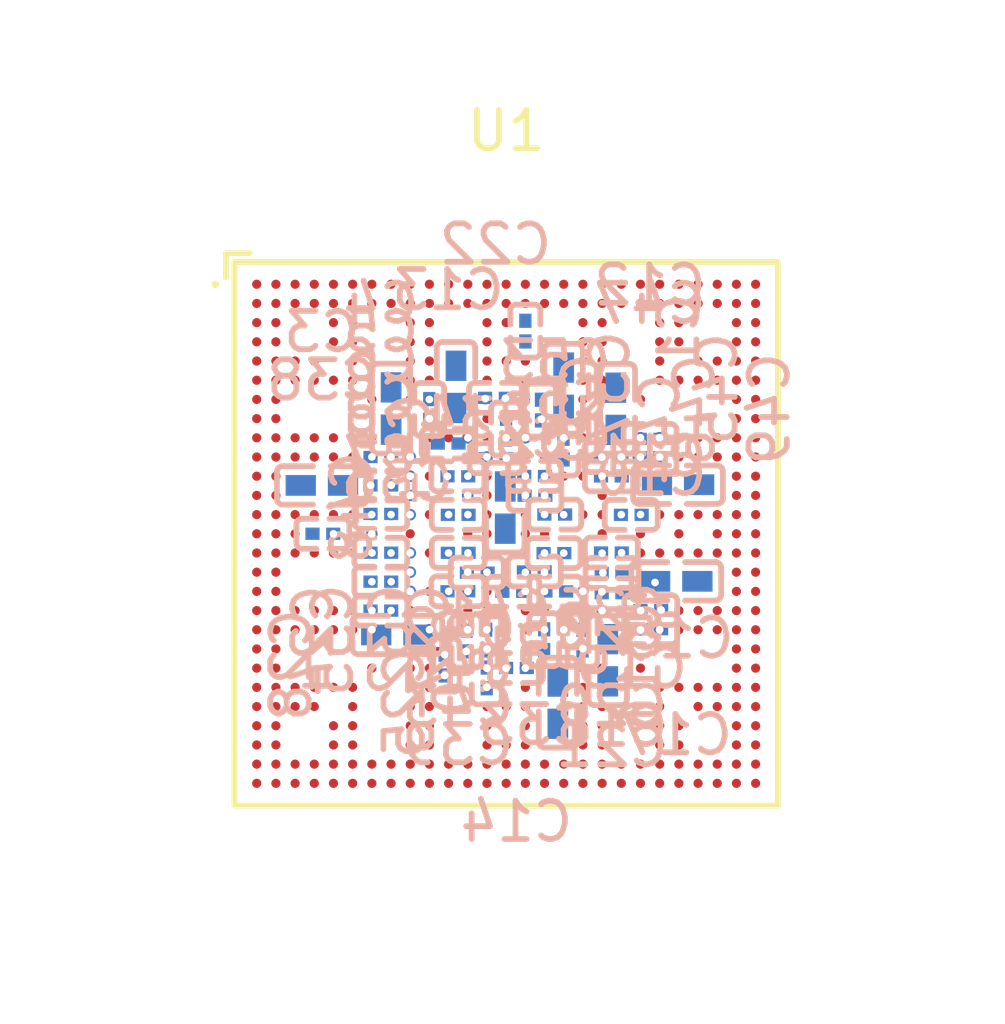
<source format=kicad_pcb>
(kicad_pcb (version 20240108) (generator "pcbnew") (generator_version "8.0")
  (layers (0 "F.Cu" signal) (31 "B.Cu" signal) (34 "B.Paste" user) (35 "F.Paste" user) (36 "B.SilkS" user "B.Silkscreen") (37 "F.SilkS" user "F.Silkscreen") (38 "B.Mask" user) (39 "F.Mask" user) (44 "Edge.Cuts" user))
  (net 0 "")
  (net 1 "dram_ac07")
  (net 2 "i2c2_sda")
  (net 3 "pcie_rxn_n")
  (net 4 "dram_dq09")
  (net 5 "uart2_rxd")
  (net 6 "dram_ac16")
  (net 7 "mipi_csi_d1_p")
  (net 8 "nand_data00")
  (net 9 "i2c4_sda")
  (net 10 "sai1_txd5")
  (net 11 "gpio1_io04")
  (net 12 "dram_ac11")
  (net 13 "dram_ac15")
  (net 14 "sai3_rxc")
  (net 15 "spdif_tx")
  (net 16 "dram_dq29")
  (net 17 "gpio1_io08")
  (net 18 "VDD_DRAM_0V9")
  (net 19 "mipi_csi_d1_n")
  (net 20 "nand_data01")
  (net 21 "sd1_data0")
  (net 22 "uart2_txd")
  (net 23 "dram_dq12")
  (net 24 "dram_ac08")
  (net 25 "pcie_pxn_p")
  (net 26 "sai1_txc")
  (net 27 "usb1_vbus")
  (net 28 "spdif_rx")
  (net 29 "enet_td0")
  (net 30 "mipi_dsi_d1_n")
  (net 31 "sai2_rxfs")
  (net 32 "sai3_txc")
  (net 33 "dram_ac28")
  (net 34 "dram_ac30")
  (net 35 "sd1_cmd")
  (net 36 "enet_td3")
  (net 37 "i2c1_sda")
  (net 38 "dram_dq15")
  (net 39 "dram_dq18")
  (net 40 "dram_ac00")
  (net 41 "sd1_data4")
  (net 42 "gpio1_io14")
  (net 43 "sai1_txd1")
  (net 44 "dram_dqs3_p")
  (net 45 "nand_ce2_b")
  (net 46 "nand_re_b")
  (net 47 "sai2_rxd0")
  (net 48 "dram_ac01")
  (net 49 "sai5_rxc")
  (net 50 "dram_dq06")
  (net 51 "dram_ac22")
  (net 52 "dram_ac38")
  (net 53 "dram_dqs2_p")
  (net 54 "nand_data03")
  (net 55 "uart3_txd")
  (net 56 "dram_ac27")
  (net 57 "dram_dq26")
  (net 58 "dram_dm3")
  (net 59 "sd1_data5")
  (net 60 "enet_rd0")
  (net 61 "sai5_rxd3")
  (net 62 "dram_dq28")
  (net 63 "ecspi1_ss0")
  (net 64 "sd2_reset_b")
  (net 65 "sai2_mclk")
  (net 66 "sd2_data3")
  (net 67 "sd2_wp")
  (net 68 "sai2_txd0")
  (net 69 "tesensor_res_ext")
  (net 70 "dram_dq27")
  (net 71 "nand_ce0_b")
  (net 72 "sd1_data3")
  (net 73 "enet_td2")
  (net 74 "enet_tx_ctl")
  (net 75 "sai1_rxc")
  (net 76 "gpio1_io12")
  (net 77 "dram_dq16")
  (net 78 "uart4_rxd")
  (net 79 "pcie_clk_n")
  (net 80 "dram_ac37")
  (net 81 "dram_dq08")
  (net 82 "dram_dq19")
  (net 83 "sai1_txd3")
  (net 84 "nand_data05")
  (net 85 "mipi_csi_clk_p")
  (net 86 "boot_mode0")
  (net 87 "dram_ac24")
  (net 88 "mipi_dsi_d3_p")
  (net 89 "sai1_txd4")
  (net 90 "sd1_data2")
  (net 91 "gpio1_io05")
  (net 92 "mipi_csi_d2_n")
  (net 93 "sai1_rxd6")
  (net 94 "dram_dq31")
  (net 95 "dram_ac31")
  (net 96 "ecspi1_mosi")
  (net 97 "sd2_cmd")
  (net 98 "dram_ac25")
  (net 99 "dram_dqs1_p")
  (net 100 "dram_ac05")
  (net 101 "dram_ac10")
  (net 102 "dram_dqs0_n")
  (net 103 "dram_ac26")
  (net 104 "pmic_on_req")
  (net 105 "mipi_dsi_d3_n")
  (net 106 "sai1_rxd3")
  (net 107 "uart1_txd")
  (net 108 "dram_ac36")
  (net 109 "usb1_dp")
  (net 110 "nc_j18")
  (net 111 "uart4_txd")
  (net 112 "gpio1_io03")
  (net 113 "sai3_rxfs")
  (net 114 "dram_dqs3_n")
  (net 115 "enet_rxc")
  (net 116 "dram_reset_n")
  (net 117 "usb2_id")
  (net 118 "dram_ac35")
  (net 119 "sai3_txfs")
  (net 120 "por_b")
  (net 121 "nand_ce1_b")
  (net 122 "sd2_data2")
  (net 123 "jtag_mod")
  (net 124 "mipi_dsi_d0_n")
  (net 125 "enet_mdc")
  (net 126 "sai2_rxc")
  (net 127 "mipi_csi_d0_p")
  (net 128 "dram_dq10")
  (net 129 "jtag_tdi")
  (net 130 "mipi_csi_d0_n")
  (net 131 "rtc_xtali")
  (net 132 "usb2_txrtune")
  (net 133 "dram_ac12")
  (net 134 "nand_ce3_b")
  (net 135 "usb1_dn")
  (net 136 "sai5_rxd1")
  (net 137 "gpio1_io09")
  (net 138 "mipi_dsi_d0_p")
  (net 139 "pmic_stby_req")
  (net 140 "usb1_id")
  (net 141 "mipi_csi_d2_p")
  (net 142 "dram_dqs1_n")
  (net 143 "clkin1")
  (net 144 "sd1_data7")
  (net 145 "dram_dq02")
  (net 146 "jtag_tms")
  (net 147 "rtc_reset_b")
  (net 148 "sd2_clk")
  (net 149 "sai3_rxd")
  (net 150 "nand_data04")
  (net 151 "sai1_rxfs")
  (net 152 "dram_ac21")
  (net 153 "vdd_dram_pll_0p8")
  (net 154 "gpio1_io00")
  (net 155 "enet_mdio")
  (net 156 "i2c4_scl")
  (net 157 "ecspi2_mosi")
  (net 158 "sai2_txc")
  (net 159 "boot_mode1")
  (net 160 "ecspi2_sclk")
  (net 161 "dram_ac14")
  (net 162 "mipi_csi_d3_p")
  (net 163 "dram_dq05")
  (net 164 "mipi_dsi_d2_n")
  (net 165 "usb1_txrtune")
  (net 166 "gpio1_io01")
  (net 167 "mipi_dsi_clk_p")
  (net 168 "dram_dqs2_n")
  (net 169 "dram_ac04")
  (net 170 "dram_vref")
  (net 171 "ecspi2_miso")
  (net 172 "dram_dq25")
  (net 173 "dram_ac06")
  (net 174 "nand_cle")
  (net 175 "sd1_clk")
  (net 176 "dram_ac09")
  (net 177 "sai1_rxd4")
  (net 178 "p24m_xtali")
  (net 179 "sai1_rxd0")
  (net 180 "usb2_dn")
  (net 181 "enet_rx_ctl")
  (net 182 "gpio1_io15")
  (net 183 "dram_dq21")
  (net 184 "dram_ac29")
  (net 185 "dram_ac19")
  (net 186 "tsensor_test_out")
  (net 187 "dram_alert_n")
  (net 188 "i2c1_scl")
  (net 189 "mipi_dsi_d1_p")
  (net 190 "GND")
  (net 191 "dram_dq20")
  (net 192 "nand_data02")
  (net 193 "dram_zn")
  (net 194 "mipi_dsi_clk_n")
  (net 195 "sai1_rxd5")
  (net 196 "sai1_txd7")
  (net 197 "clkout1")
  (net 198 "sd2_data1")
  (net 199 "uart3_rxd")
  (net 200 "sai5_rxd0")
  (net 201 "ecspi2_ss0")
  (net 202 "uart1_rxd")
  (net 203 "pcie_clk_p")
  (net 204 "gpio1_io11")
  (net 205 "nand_ready_b")
  (net 206 "nand_ale")
  (net 207 "mipi_csi_clk_n")
  (net 208 "sd1_strobe")
  (net 209 "i2c3_scl")
  (net 210 "dram_dq07")
  (net 211 "dram_dqs0_p")
  (net 212 "dram_dq17")
  (net 213 "pcie_txn_p")
  (net 214 "dram_ac13")
  (net 215 "dram_dm2")
  (net 216 "sd1_reset_b")
  (net 217 "nand_we_b")
  (net 218 "test_mode")
  (net 219 "dram_dm1")
  (net 220 "dram_ac20")
  (net 221 "mipi_dsi_d2_p")
  (net 222 "dram_dq23")
  (net 223 "gpio1_io07")
  (net 224 "nand_wp_b")
  (net 225 "dram_ac234")
  (net 226 "dram_ac17")
  (net 227 "sai5_mclk")
  (net 228 "sai2_txfs")
  (net 229 "usb2_vbus")
  (net 230 "dram_dq22")
  (net 231 "gpio1_io06")
  (net 232 "dram_dq04")
  (net 233 "enet_td1")
  (net 234 "dram_dq03")
  (net 235 "dram_ac03")
  (net 236 "ecspi1_sclk")
  (net 237 "sai1_txd0")
  (net 238 "sd1_data6")
  (net 239 "gpio1_io10")
  (net 240 "dram_ac02")
  (net 241 "sd1_data1")
  (net 242 "jtag_tdo")
  (net 243 "nand_data06")
  (net 244 "sd2_cd_b")
  (net 245 "ecspi1_miso")
  (net 246 "sai1_txd6")
  (net 247 "sai1_rxd7")
  (net 248 "pcie_resref")
  (net 249 "jtag_tck")
  (net 250 "p24m_xtalo")
  (net 251 "mipi_csi_d3_n")
  (net 252 "sai1_rxd1")
  (net 253 "gpio1_io02")
  (net 254 "sai5_rxd2")
  (net 255 "sd2_data0")
  (net 256 "sai5_rxfs")
  (net 257 "jtag_trst_b")
  (net 258 "dram_ac32")
  (net 259 "enent_rd3")
  (net 260 "sai3_mclk")
  (net 261 "dram_dq14")
  (net 262 "spdif_ext_clk")
  (net 263 "dram_dq01")
  (net 264 "sai3_txd")
  (net 265 "dram_dq30")
  (net 266 "dram_ac33")
  (net 267 "enet_rd2")
  (net 268 "usb2_dp")
  (net 269 "sai1_rxd2")
  (net 270 "sai1_txfs")
  (net 271 "nand_dqs")
  (net 272 "rtc_xtalo")
  (net 273 "sai1_mclk")
  (net 274 "sai1_txd2")
  (net 275 "clkout2")
  (net 276 "dram_dq24")
  (net 277 "nand_data07")
  (net 278 "dram_dm0")
  (net 279 "dram_dq00")
  (net 280 "dram_dq11")
  (net 281 "enet_rd1")
  (net 282 "clkin2")
  (net 283 "enet_txc")
  (net 284 "pcie_txn_n")
  (net 285 "i2c2_scl")
  (net 286 "i2c3_sda")
  (net 287 "gpio1_io13")
  (net 288 "dram_dq13")
  (net 289 "dram_ac23")
  (net 290 "onoff")
  (net 291 "*38A8.processor-net-0")
  (net 292 "VDD_PHY_1V2")
  (net 293 "VDD_PHY_0V9")
  (net 294 "VDD_SNVS_0V8")
  (net 295 "*38A8.processor-net-1")
  (net 296 "NVCC_DRAM_1V1")
  (net 297 "VDD_SOC_0V8")
  (net 298 "NVCC_SD2")
  (net 299 "NVCC_ENET")
  (net 300 "VDDA_1V8")
  (net 301 "VDD_ARM_0V9")
  (net 302 "VDD_3V3")
  (net 303 "VDD_1V8")
  (footprint "lcsc:BGA-486_L14.0-W14.0-P0.50-TL_NXP_MIMX8MMXDVTLZXA" (layer "F.Cu") (at 123.08 98.585 0)
    (property "Reference" "U1")
    (property "Value" "_NXP_Semicon_MIMX8MM6CVTKZAA")
  )
  (footprint "lcsc:C0201" (layer "B.Cu") (at 119.814701 96.58529 180)
    (property "Reference" "C4")
    (property "Value" "1µF ±20% 6.3V X5R")
  )
  (footprint "lcsc:C0402" (layer "B.Cu") (at 125.937952 95.328803 90)
    (property "Reference" "C49")
    (property "Value" "4.7µF ±20% 10V X5R")
  )
  (footprint "lcsc:C0201" (layer "B.Cu") (at 118.303655 98.583534 180)
    (property "Reference" "C38")
    (property "Value" "1µF ±20% 6.3V X5R")
  )
  (footprint "lcsc:C0201" (layer "B.Cu") (at 121.821487 100.082102 0)
    (property "Reference" "C39")
    (property "Value" "1µF ±20% 6.3V X5R")
  )
  (footprint "lcsc:C0402" (layer "B.Cu") (at 124.426772 102.984357 -90)
    (property "Reference" "C25")
    (property "Value" "4.7µF ±20% 10V X5R")
  )
  (footprint "lcsc:C0402" (layer "B.Cu") (at 127.557495 97.306582 0)
    (property "Reference" "C15")
    (property "Value" "10µF ±20% 6.3V X5R")
  )
  (footprint "lcsc:C0201" (layer "B.Cu") (at 121.831183 99.080799 0)
    (property "Reference" "C43")
    (property "Value" "1µF ±20% 6.3V X5R")
  )
  (footprint "lcsc:C0201" (layer "B.Cu") (at 122.801486 95.043163 180)
    (property "Reference" "C22")
    (property "Value" "220nF ±20% 6.3V X5R")
  )
  (footprint "lcsc:C0201" (layer "B.Cu") (at 119.814701 97.325872 180)
    (property "Reference" "C5")
    (property "Value" "1µF ±20% 6.3V X5R")
  )
  (footprint "lcsc:C0201" (layer "B.Cu") (at 123.580322 93.305807 90)
    (property "Reference" "C1")
    (property "Value" "2.2µF ±20% 6.3V X5R")
  )
  (footprint "lcsc:C0201" (layer "B.Cu") (at 122.559385 101.354928 -90)
    (property "Reference" "C35")
    (property "Value" "1µF ±20% 6.3V X5R")
  )
  (footprint "lcsc:C0201" (layer "B.Cu") (at 126.339641 98.092029 0)
    (property "Reference" "C19")
    (property "Value" "220nF ±20% 6.3V X5R")
  )
  (footprint "lcsc:C0201" (layer "B.Cu") (at 123.829971 97.593499 0)
    (property "Reference" "C51")
    (property "Value" "1µF ±20% 6.3V X5R")
  )
  (footprint "lcsc:C0201" (layer "B.Cu") (at 125.812449 96.587154 0)
    (property "Reference" "C26")
    (property "Value" "220nF ±20% 6.3V X5R")
  )
  (footprint "lcsc:C0201" (layer "B.Cu") (at 123.251639 100.095702 180)
    (property "Reference" "C31")
    (property "Value" "1µF ±20% 6.3V X5R")
  )
  (footprint "lcsc:C0201" (layer "B.Cu") (at 121.830045 98.091571 0)
    (property "Reference" "C40")
    (property "Value" "1µF ±20% 6.3V X5R")
  )
  (footprint "lcsc:C0201" (layer "B.Cu") (at 121.476957 102.005901 -90)
    (property "Reference" "C28")
    (property "Value" "220nF ±20% 6.3V X5R")
  )
  (footprint "lcsc:C0201" (layer "B.Cu") (at 121.075149 95.346538 90)
    (property "Reference" "C29")
    (property "Value" "220nF ±20% 6.3V X5R")
  )
  (footprint "lcsc:C0402" (layer "B.Cu") (at 120.081855 95.32244 90)
    (property "Reference" "C2")
    (property "Value" "10µF ±20% 6.3V X5R")
  )
  (footprint "lcsc:C0402" (layer "B.Cu") (at 121.772675 94.758093 90)
    (property "Reference" "C37")
    (property "Value" "10µF ±20% 6.3V X5R")
  )
  (footprint "lcsc:C0201" (layer "B.Cu") (at 124.325176 99.088683 180)
    (property "Reference" "C55")
    (property "Value" "220nF ±20% 6.3V X5R")
  )
  (footprint "lcsc:C0402" (layer "B.Cu") (at 123.055361 97.902233 -90)
    (property "Reference" "C48")
    (property "Value" "10µF ±20% 6.3V X5R")
  )
  (footprint "lcsc:C0201" (layer "B.Cu") (at 122.048554 101.378531 -90)
    (property "Reference" "C24")
    (property "Value" "220nF ±20% 6.3V X5R")
  )
  (footprint "lcsc:C0201" (layer "B.Cu") (at 123.34754 102.080302 0)
    (property "Reference" "C14")
    (property "Value" "1µF ±20% 6.3V X5R")
  )
  (footprint "lcsc:C0402" (layer "B.Cu") (at 118.277605 97.324279 180)
    (property "Reference" "C3")
    (property "Value" "10µF ±20% 6.3V X5R")
  )
  (footprint "lcsc:C0201" (layer "B.Cu") (at 121.569039 96.232711 180)
    (property "Reference" "C13")
    (property "Value" "220nF ±20% 6.3V X5R")
  )
  (footprint "lcsc:C0201" (layer "B.Cu") (at 124.573824 96.379228 -90)
    (property "Reference" "C54")
    (property "Value" "1µF ±20% 6.3V X5R")
  )
  (footprint "lcsc:C0201" (layer "B.Cu") (at 122.814531 96.614686 0)
    (property "Reference" "C41")
    (property "Value" "1µF ±20% 6.3V X5R")
  )
  (footprint "lcsc:C0402" (layer "B.Cu") (at 124.577434 94.805595 90)
    (property "Reference" "C45")
    (property "Value" "2.2µF ±20% 6.3V X5R")
  )
  (footprint "lcsc:C0201" (layer "B.Cu") (at 123.813183 99.566026 0)
    (property "Reference" "C33")
    (property "Value" "1µF ±20% 6.3V X5R")
  )
  (footprint "lcsc:C0201" (layer "B.Cu") (at 126.829507 96.112662 180)
    (property "Reference" "C12")
    (property "Value" "1µF ±20% 6.3V X5R")
  )
  (footprint "lcsc:C0201" (layer "B.Cu") (at 123.987021 95.362236 90)
    (property "Reference" "C46")
    (property "Value" "220nF ±20% 6.3V X5R")
  )
  (footprint "lcsc:C0201" (layer "B.Cu") (at 126.846253 101.069765 180)
    (property "Reference" "C10")
    (property "Value" "220nF ±20% 6.3V X5R")
  )
  (footprint "lcsc:C0201" (layer "B.Cu") (at 126.828527 96.58979 180)
    (property "Reference" "C47")
    (property "Value" "220nF ±20% 6.3V X5R")
  )
  (footprint "lcsc:C0402" (layer "B.Cu") (at 127.51185 99.822897 0)
    (property "Reference" "C17")
    (property "Value" "10µF ±20% 6.3V X5R")
  )
  (footprint "lcsc:C0201" (layer "B.Cu") (at 125.068677 101.355947 -90)
    (property "Reference" "C27")
    (property "Value" "220nF ±20% 6.3V X5R")
  )
  (footprint "lcsc:C0201" (layer "B.Cu") (at 125.83919 100.13351 0)
    (property "Reference" "C21")
    (property "Value" "220nF ±20% 6.3V X5R")
  )
  (footprint "lcsc:C0201" (layer "B.Cu") (at 123.075988 95.858375 90)
    (property "Reference" "C44")
    (property "Value" "220nF ±20% 6.3V X5R")
  )
  (footprint "lcsc:C0201" (layer "B.Cu") (at 119.814701 99.07761 180)
    (property "Reference" "C8")
    (property "Value" "1µF ±20% 6.3V X5R")
  )
  (footprint "lcsc:C0201" (layer "B.Cu") (at 125.821996 99.073714 0)
    (property "Reference" "C20")
    (property "Value" "220nF ±20% 6.3V X5R")
  )
  (footprint "lcsc:C0201" (layer "B.Cu") (at 124.345667 98.083535 180)
    (property "Reference" "C53")
    (property "Value" "1µF ±20% 6.3V X5R")
  )
  (footprint "lcsc:C0402" (layer "B.Cu") (at 125.72655 101.879194 -90)
    (property "Reference" "C30")
    (property "Value" "10µF ±20% 6.3V X5R")
  )
  (footprint "lcsc:C0201" (layer "B.Cu") (at 122.326244 99.596855 180)
    (property "Reference" "C34")
    (property "Value" "1µF ±20% 6.3V X5R")
  )
  (footprint "lcsc:C0201" (layer "B.Cu") (at 121.821321 97.088152 0)
    (property "Reference" "C42")
    (property "Value" "1µF ±20% 6.3V X5R")
  )
  (footprint "lcsc:C0201" (layer "B.Cu") (at 119.814701 98.066454 180)
    (property "Reference" "C6")
    (property "Value" "1µF ±20% 6.3V X5R")
  )
  (footprint "lcsc:C0201" (layer "B.Cu") (at 125.821699 97.0916 0)
    (property "Reference" "C23")
    (property "Value" "220nF ±20% 6.3V X5R")
  )
  (footprint "lcsc:C0201" (layer "B.Cu") (at 119.814701 100.586518 180)
    (property "Reference" "C7")
    (property "Value" "1µF ±20% 6.3V X5R")
  )
  (footprint "lcsc:C0201" (layer "B.Cu") (at 119.814701 99.832064 180)
    (property "Reference" "C9")
    (property "Value" "1µF ±20% 6.3V X5R")
  )
  (footprint "lcsc:C0201" (layer "B.Cu") (at 125.839314 99.604375 0)
    (property "Reference" "C18")
    (property "Value" "220nF ±20% 6.3V X5R")
  )
  (footprint "lcsc:C0201" (layer "B.Cu") (at 122.574043 102.339196 90)
    (property "Reference" "C16")
    (property "Value" "220nF ±20% 6.3V X5R")
  )
  (footprint "lcsc:C0201" (layer "B.Cu") (at 126.8486 100.571033 180)
    (property "Reference" "C11")
    (property "Value" "220nF ±20% 6.3V X5R")
  )
  (footprint "lcsc:C0201" (layer "B.Cu") (at 123.820455 97.079165 0)
    (property "Reference" "C50")
    (property "Value" "1µF ±20% 6.3V X5R")
  )
  (footprint "lcsc:C0201" (layer "B.Cu") (at 124.372937 100.087413 180)
    (property "Reference" "C52")
    (property "Value" "1µF ±20% 6.3V X5R")
  )
  (footprint "lcsc:C0402" (layer "B.Cu") (at 120.243702 101.219886 180)
    (property "Reference" "C36")
    (property "Value" "10µF ±20% 6.3V X5R")
  )
  (footprint "lcsc:C0201" (layer "B.Cu") (at 124.069637 101.34287 -90)
    (property "Reference" "C32")
    (property "Value" "1µF ±20% 6.3V X5R")
  )
  (via (at 122.58 96.585) (size 0.3) (drill 0.2) (net 18) (layers "F.Cu" "B.Cu"))
  (via (at 121.58208 100.083636) (size 0.3) (drill 0.2) (net 18) (layers "F.Cu" "B.Cu"))
  (via (at 121.551321 97.088152) (size 0.3) (drill 0.2) (net 18) (layers "F.Cu" "B.Cu"))
  (via (at 121.082346 101.082196) (size 0.3) (drill 0.2) (net 18) (layers "F.Cu" "B.Cu"))
  (via (at 121.578712 99.086703) (size 0.3) (drill 0.2) (net 18) (layers "F.Cu" "B.Cu"))
  (via (at 118.579397 98.585287) (size 0.3) (drill 0.2) (net 18) (layers "F.Cu" "B.Cu"))
  (via (at 121.579335 98.086068) (size 0.3) (drill 0.2) (net 18) (layers "F.Cu" "B.Cu"))
  (via (at 119.581946 101.082196) (size 0.3) (drill 0.2) (net 190) (layers "F.Cu" "B.Cu"))
  (via (at 126.08671 99.078542) (size 0.3) (drill 0.2) (net 190) (layers "F.Cu" "B.Cu"))
  (via (at 124.079565 97.08538) (size 0.3) (drill 0.2) (net 190) (layers "F.Cu" "B.Cu"))
  (via (at 122.081901 100.085728) (size 0.3) (drill 0.2) (net 190) (layers "F.Cu" "B.Cu"))
  (via (at 126.582924 100.585338) (size 0.3) (drill 0.2) (net 190) (layers "F.Cu" "B.Cu"))
  (via (at 122.579076 102.087797) (size 0.3) (drill 0.2) (net 190) (layers "F.Cu" "B.Cu"))
  (via (at 122.038531 101.646883) (size 0.3) (drill 0.2) (net 190) (layers "F.Cu" "B.Cu"))
  (via (at 119.580547 96.583071) (size 0.3) (drill 0.2) (net 190) (layers "F.Cu" "B.Cu"))
  (via (at 126.579119 101.086539) (size 0.3) (drill 0.2) (net 190) (layers "F.Cu" "B.Cu"))
  (via (at 122.582447 101.587328) (size 0.3) (drill 0.2) (net 190) (layers "F.Cu" "B.Cu"))
  (via (at 122.078374 97.584683) (size 0.3) (drill 0.2) (net 190) (layers "F.Cu" "B.Cu"))
  (via (at 126.580635 96.586388) (size 0.3) (drill 0.2) (net 190) (layers "F.Cu" "B.Cu"))
  (via (at 122.08314 99.084267) (size 0.3) (drill 0.2) (net 190) (layers "F.Cu" "B.Cu"))
  (via (at 121.079389 95.085594) (size 0.3) (drill 0.2) (net 190) (layers "F.Cu" "B.Cu"))
  (via (at 125.077547 101.577185) (size 0.3) (drill 0.2) (net 190) (layers "F.Cu" "B.Cu"))
  (via (at 122.081712 97.083431) (size 0.3) (drill 0.2) (net 190) (layers "F.Cu" "B.Cu"))
  (via (at 119.584589 99.083262) (size 0.3) (drill 0.2) (net 190) (layers "F.Cu" "B.Cu"))
  (via (at 126.077855 96.584269) (size 0.3) (drill 0.2) (net 190) (layers "F.Cu" "B.Cu"))
  (via (at 122.535728 95.064318) (size 0.3) (drill 0.2) (net 190) (layers "F.Cu" "B.Cu"))
  (via (at 119.580674 99.833987) (size 0.3) (drill 0.2) (net 190) (layers "F.Cu" "B.Cu"))
  (via (at 122.082245 98.086068) (size 0.3) (drill 0.2) (net 190) (layers "F.Cu" "B.Cu"))
  (via (at 119.549848 97.321719) (size 0.3) (drill 0.2) (net 190) (layers "F.Cu" "B.Cu"))
  (via (at 124.082389 97.586392) (size 0.3) (drill 0.2) (net 190) (layers "F.Cu" "B.Cu"))
  (via (at 121.476957 102.275901) (size 0.3) (drill 0.2) (net 190) (layers "F.Cu" "B.Cu"))
  (via (at 124.079698 100.087031) (size 0.3) (drill 0.2) (net 190) (layers "F.Cu" "B.Cu"))
  (via (at 119.576857 98.084937) (size 0.3) (drill 0.2) (net 190) (layers "F.Cu" "B.Cu"))
  (via (at 123.578363 102.085452) (size 0.3) (drill 0.2) (net 190) (layers "F.Cu" "B.Cu"))
  (via (at 124.079645 98.084443) (size 0.3) (drill 0.2) (net 190) (layers "F.Cu" "B.Cu"))
  (via (at 126.581503 98.083464) (size 0.3) (drill 0.2) (net 190) (layers "F.Cu" "B.Cu"))
  (via (at 119.58346 100.583471) (size 0.3) (drill 0.2) (net 190) (layers "F.Cu" "B.Cu"))
  (via (at 122.079159 99.583722) (size 0.3) (drill 0.2) (net 190) (layers "F.Cu" "B.Cu"))
  (via (at 126.579391 96.082346) (size 0.3) (drill 0.2) (net 190) (layers "F.Cu" "B.Cu"))
  (via (at 124.077466 99.586963) (size 0.3) (drill 0.2) (net 190) (layers "F.Cu" "B.Cu"))
  (via (at 124.079942 99.085353) (size 0.3) (drill 0.2) (net 190) (layers "F.Cu" "B.Cu"))
  (via (at 123.084531 96.614686) (size 0.3) (drill 0.2) (net 190) (layers "F.Cu" "B.Cu"))
  (via (at 124 95.6) (size 0.3) (drill 0.2) (net 292) (layers "F.Cu" "B.Cu"))
  (via (at 123.583133 96.083361) (size 0.3) (drill 0.2) (net 292) (layers "F.Cu" "B.Cu"))
  (via (at 123.078393 96.085509) (size 0.3) (drill 0.2) (net 293) (layers "F.Cu" "B.Cu"))
  (via (at 127.08 96.585) (size 0.3) (drill 0.2) (net 294) (layers "F.Cu" "B.Cu"))
  (via (at 127.07588 96.082346) (size 0.3) (drill 0.2) (net 295) (layers "F.Cu" "B.Cu"))
  (via (at 120.085783 97.320971) (size 0.3) (drill 0.2) (net 296) (layers "F.Cu" "B.Cu"))
  (via (at 120.582078 99.08237) (size 0.3) (drill 0.2) (net 296) (layers "F.Cu" "B.Cu"))
  (via (at 120.084004 99.833252) (size 0.3) (drill 0.2) (net 296) (layers "F.Cu" "B.Cu"))
  (via (at 120.580915 100.084743) (size 0.3) (drill 0.2) (net 296) (layers "F.Cu" "B.Cu"))
  (via (at 120.079401 100.583471) (size 0.3) (drill 0.2) (net 296) (layers "F.Cu" "B.Cu"))
  (via (at 119.578605 98.58731) (size 0.3) (drill 0.2) (net 296) (layers "F.Cu" "B.Cu"))
  (via (at 120.578206 98.087351) (size 0.3) (drill 0.2) (net 296) (layers "F.Cu" "B.Cu"))
  (via (at 120.08 99.085) (size 0.3) (drill 0.2) (net 296) (layers "F.Cu" "B.Cu"))
  (via (at 120.077123 96.585541) (size 0.3) (drill 0.2) (net 296) (layers "F.Cu" "B.Cu"))
  (via (at 120.079304 98.084937) (size 0.3) (drill 0.2) (net 296) (layers "F.Cu" "B.Cu"))
  (via (at 120.577712 97.587704) (size 0.3) (drill 0.2) (net 296) (layers "F.Cu" "B.Cu"))
  (via (at 120.580807 99.584676) (size 0.3) (drill 0.2) (net 296) (layers "F.Cu" "B.Cu"))
  (via (at 120.577712 96.581381) (size 0.3) (drill 0.2) (net 296) (layers "F.Cu" "B.Cu"))
  (via (at 120.577712 97.082965) (size 0.3) (drill 0.2) (net 296) (layers "F.Cu" "B.Cu"))
  (via (at 124.579649 99.087168) (size 0.3) (drill 0.2) (net 297) (layers "F.Cu" "B.Cu"))
  (via (at 123.580595 97.082462) (size 0.3) (drill 0.2) (net 297) (layers "F.Cu" "B.Cu"))
  (via (at 123.579679 97.585144) (size 0.3) (drill 0.2) (net 297) (layers "F.Cu" "B.Cu"))
  (via (at 124.583542 96.086388) (size 0.3) (drill 0.2) (net 297) (layers "F.Cu" "B.Cu"))
  (via (at 125.08 100.085) (size 0.3) (drill 0.2) (net 297) (layers "F.Cu" "B.Cu"))
  (via (at 124.579254 98.087841) (size 0.3) (drill 0.2) (net 297) (layers "F.Cu" "B.Cu"))
  (via (at 127.1186 100.571033) (size 0.3) (drill 0.2) (net 298) (layers "F.Cu" "B.Cu"))
  (via (at 127.079471 101.084275) (size 0.3) (drill 0.2) (net 299) (layers "F.Cu" "B.Cu"))
  (via (at 125.579861 97.084438) (size 0.3) (drill 0.2) (net 300) (layers "F.Cu" "B.Cu"))
  (via (at 125.578394 99.090645) (size 0.3) (drill 0.2) (net 300) (layers "F.Cu" "B.Cu"))
  (via (at 126.958657 99.853734) (size 0.3) (drill 0.2) (net 300) (layers "F.Cu" "B.Cu"))
  (via (at 126.07923 98.085811) (size 0.3) (drill 0.2) (net 300) (layers "F.Cu" "B.Cu"))
  (via (at 122.577273 102.583105) (size 0.3) (drill 0.2) (net 300) (layers "F.Cu" "B.Cu"))
  (via (at 125.578394 100.095175) (size 0.3) (drill 0.2) (net 300) (layers "F.Cu" "B.Cu"))
  (via (at 122.076976 101.085319) (size 0.3) (drill 0.2) (net 300) (layers "F.Cu" "B.Cu"))
  (via (at 125.58 100.585) (size 0.3) (drill 0.2) (net 300) (layers "F.Cu" "B.Cu"))
  (via (at 125.6 99.6) (size 0.3) (drill 0.2) (net 300) (layers "F.Cu" "B.Cu"))
  (via (at 123.07872 102.087797) (size 0.3) (drill 0.2) (net 300) (layers "F.Cu" "B.Cu"))
  (via (at 122.082899 96.085683) (size 0.3) (drill 0.2) (net 300) (layers "F.Cu" "B.Cu"))
  (via (at 123.059955 95.053981) (size 0.3) (drill 0.2) (net 300) (layers "F.Cu" "B.Cu"))
  (via (at 124.080441 101.085246) (size 0.3) (drill 0.2) (net 301) (layers "F.Cu" "B.Cu"))
  (via (at 122.578592 99.586513) (size 0.3) (drill 0.2) (net 301) (layers "F.Cu" "B.Cu"))
  (via (at 123.578996 100.08006) (size 0.3) (drill 0.2) (net 301) (layers "F.Cu" "B.Cu"))
  (via (at 122.577794 101.085322) (size 0.3) (drill 0.2) (net 301) (layers "F.Cu" "B.Cu"))
  (via (at 123.578637 99.588648) (size 0.3) (drill 0.2) (net 301) (layers "F.Cu" "B.Cu"))
  (via (at 125.574214 96.589111) (size 0.3) (drill 0.2) (net 302) (layers "F.Cu" "B.Cu"))
  (via (at 121.079389 95.585159) (size 0.3) (drill 0.2) (net 302) (layers "F.Cu" "B.Cu"))
  (via (at 121.476957 101.735901) (size 0.3) (drill 0.2) (net 302) (layers "F.Cu" "B.Cu"))
  (via (at 124.58 101.085) (size 0.3) (drill 0.2) (net 302) (layers "F.Cu" "B.Cu"))
  (segment (start 121.286056 102.085) (end 121.476957 102.275901) (width 0.1) (layer "F.Cu") (net 190))
  (segment (start 121.08 102.085) (end 121.286056 102.085) (width 0.1) (layer "F.Cu") (net 190))
  (segment (start 120.084701 99.080299) (end 120.08 99.085) (width 0.1) (layer "B.Cu") (net 296))
  (segment (start 120.084701 99.07761) (end 120.084701 99.080299) (width 0.1) (layer "B.Cu") (net 296))
  (segment (start 123.055361 97.352233) (end 122.952233 97.352233) (width 0.1) (layer "B.Cu") (net 297))
  (segment (start 121.326056 101.585) (end 121.476957 101.735901) (width 0.1) (layer "F.Cu") (net 302))
  (segment (start 121.08 101.585) (end 121.326056 101.585) (width 0.1) (layer "F.Cu") (net 302))
)
</source>
